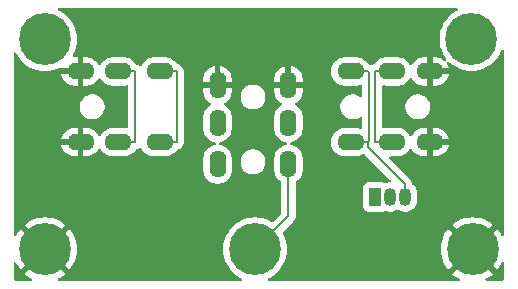
<source format=gbr>
%TF.GenerationSoftware,KiCad,Pcbnew,8.0.7+1*%
%TF.CreationDate,2025-02-03T22:01:07+01:00*%
%TF.ProjectId,passiveVCA,70617373-6976-4655-9643-412e6b696361,rev?*%
%TF.SameCoordinates,Original*%
%TF.FileFunction,Copper,L2,Bot*%
%TF.FilePolarity,Positive*%
%FSLAX46Y46*%
G04 Gerber Fmt 4.6, Leading zero omitted, Abs format (unit mm)*
G04 Created by KiCad (PCBNEW 8.0.7+1) date 2025-02-03 22:01:07*
%MOMM*%
%LPD*%
G01*
G04 APERTURE LIST*
%TA.AperFunction,ComponentPad*%
%ADD10C,2.600000*%
%TD*%
%TA.AperFunction,ConnectorPad*%
%ADD11C,4.400000*%
%TD*%
%TA.AperFunction,ComponentPad*%
%ADD12O,2.300000X1.400000*%
%TD*%
%TA.AperFunction,ComponentPad*%
%ADD13O,1.400000X2.300000*%
%TD*%
%TA.AperFunction,ComponentPad*%
%ADD14O,1.050000X1.500000*%
%TD*%
%TA.AperFunction,ComponentPad*%
%ADD15R,1.050000X1.500000*%
%TD*%
%TA.AperFunction,Conductor*%
%ADD16C,0.200000*%
%TD*%
G04 APERTURE END LIST*
D10*
%TO.P,H5,1,1*%
%TO.N,GND*%
X88900000Y-90805000D03*
D11*
X88900000Y-90805000D03*
%TD*%
D10*
%TO.P,H4,1,1*%
%TO.N,GND*%
X125095000Y-90805000D03*
D11*
X125095000Y-90805000D03*
%TD*%
D10*
%TO.P,H3,1,1*%
%TO.N,Net-(Q1-E)*%
X125000000Y-73000000D03*
D11*
X125000000Y-73000000D03*
%TD*%
D10*
%TO.P,H2,1,1*%
%TO.N,Net-(H2-Pad1)*%
X106680000Y-90805000D03*
D11*
X106680000Y-90805000D03*
%TD*%
%TO.P,H1,1,1*%
%TO.N,Net-(H1-Pad1)*%
X88900000Y-73025000D03*
D10*
X88900000Y-73025000D03*
%TD*%
D12*
%TO.P,U3,1,1*%
%TO.N,GND*%
X121460013Y-75740000D03*
%TO.P,U3,2,2*%
%TO.N,unconnected-(U3-Pad2)*%
X118260114Y-75740000D03*
%TO.P,U3,3,3*%
%TO.N,Net-(Q1-E)*%
X114759987Y-75740000D03*
X114759987Y-81740000D03*
%TO.P,U3,2,2*%
%TO.N,unconnected-(U3-Pad2)*%
X118260114Y-81740000D03*
%TO.P,U3,1,1*%
%TO.N,GND*%
X121460013Y-81740000D03*
%TD*%
D13*
%TO.P,U2,1,1*%
%TO.N,GND*%
X109500000Y-76899987D03*
%TO.P,U2,2,2*%
%TO.N,unconnected-(U2-Pad2)*%
X109500000Y-80099886D03*
%TO.P,U2,3,3*%
%TO.N,Net-(H2-Pad1)*%
X109500000Y-83600013D03*
X103500000Y-83600013D03*
%TO.P,U2,2,2*%
%TO.N,unconnected-(U2-Pad2)*%
X103500000Y-80099886D03*
%TO.P,U2,1,1*%
%TO.N,GND*%
X103500000Y-76899987D03*
%TD*%
D14*
%TO.P,Q1,3,E*%
%TO.N,Net-(Q1-E)*%
X119380000Y-86360000D03*
%TO.P,Q1,2,B*%
%TO.N,Net-(Q1-B)*%
X118110000Y-86360000D03*
D15*
%TO.P,Q1,1,C*%
%TO.N,Net-(Q1-C)*%
X116840000Y-86360000D03*
%TD*%
D12*
%TO.P,U1,1,1*%
%TO.N,GND*%
X91900087Y-81740000D03*
%TO.P,U1,2,2*%
%TO.N,unconnected-(U1-Pad2)*%
X95099986Y-81740000D03*
%TO.P,U1,3,3*%
%TO.N,Net-(H1-Pad1)*%
X98600113Y-81740000D03*
X98600113Y-75740000D03*
%TO.P,U1,2,2*%
%TO.N,unconnected-(U1-Pad2)*%
X95099986Y-75740000D03*
%TO.P,U1,1,1*%
%TO.N,GND*%
X91900087Y-75740000D03*
%TD*%
D16*
%TO.N,Net-(H2-Pad1)*%
X109500000Y-87985000D02*
X106680000Y-90805000D01*
X109500000Y-83600000D02*
X109500000Y-87985000D01*
%TO.N,Net-(H1-Pad1)*%
X100051800Y-75740000D02*
X100051800Y-81740000D01*
X98600100Y-75740000D02*
X100051800Y-75740000D01*
X98600100Y-81740000D02*
X100051800Y-81740000D01*
%TO.N,unconnected-(U3-Pad2)*%
X118260100Y-81740000D02*
X116808400Y-81740000D01*
X118260100Y-75740000D02*
X116808400Y-75740000D01*
X116808400Y-81740000D02*
X116808400Y-75740000D01*
%TO.N,unconnected-(U1-Pad2)*%
X96551700Y-81740000D02*
X96551700Y-75740000D01*
X95100000Y-81740000D02*
X96551700Y-81740000D01*
X95100000Y-75740000D02*
X96551700Y-75740000D01*
%TO.N,Net-(Q1-E)*%
X119380000Y-86360000D02*
X119380000Y-85308300D01*
X114760000Y-81740000D02*
X116211700Y-81740000D01*
X114760000Y-75740000D02*
X116211700Y-75740000D01*
X116211700Y-82140000D02*
X116211700Y-81740000D01*
X119380000Y-85308300D02*
X116211700Y-82140000D01*
X116359300Y-75887600D02*
X116211700Y-75740000D01*
X116359300Y-81592400D02*
X116359300Y-75887600D01*
X116211700Y-81740000D02*
X116359300Y-81592400D01*
%TD*%
%TA.AperFunction,Conductor*%
%TO.N,GND*%
G36*
X88060967Y-91521602D02*
G01*
X88183398Y-91644033D01*
X88317262Y-91741290D01*
X87175030Y-92883522D01*
X87175030Y-92883523D01*
X87363423Y-93031118D01*
X87642956Y-93200101D01*
X87642958Y-93200102D01*
X87736993Y-93242424D01*
X87790047Y-93287888D01*
X87810100Y-93354819D01*
X87790784Y-93421965D01*
X87738233Y-93468010D01*
X87686102Y-93479500D01*
X86454642Y-93479500D01*
X86387603Y-93459815D01*
X86366961Y-93443181D01*
X86261819Y-93338039D01*
X86228334Y-93276716D01*
X86225500Y-93250358D01*
X86225500Y-92018898D01*
X86245185Y-91951859D01*
X86297989Y-91906104D01*
X86367147Y-91896160D01*
X86430703Y-91925185D01*
X86462576Y-91968007D01*
X86504897Y-92062041D01*
X86504898Y-92062043D01*
X86673881Y-92341576D01*
X86821476Y-92529968D01*
X87963708Y-91387736D01*
X88060967Y-91521602D01*
G37*
%TD.AperFunction*%
%TA.AperFunction,Conductor*%
G36*
X123796373Y-70370185D02*
G01*
X123842128Y-70422989D01*
X123852072Y-70492147D01*
X123823047Y-70555703D01*
X123780225Y-70587575D01*
X123742721Y-70604455D01*
X123701368Y-70629454D01*
X123463131Y-70773473D01*
X123205960Y-70974954D01*
X122974954Y-71205960D01*
X122773473Y-71463131D01*
X122604454Y-71742723D01*
X122604453Y-71742725D01*
X122574228Y-71809882D01*
X122550767Y-71862012D01*
X122470372Y-72040642D01*
X122470366Y-72040657D01*
X122373178Y-72352547D01*
X122314289Y-72673900D01*
X122294564Y-73000000D01*
X122314289Y-73326099D01*
X122373178Y-73647452D01*
X122470366Y-73959342D01*
X122470370Y-73959354D01*
X122470373Y-73959361D01*
X122604455Y-74257279D01*
X122731545Y-74467511D01*
X122773473Y-74536868D01*
X122858087Y-74644869D01*
X122883936Y-74709781D01*
X122870587Y-74778364D01*
X122822279Y-74828842D01*
X122754349Y-74845191D01*
X122688364Y-74822218D01*
X122687591Y-74821661D01*
X122538949Y-74713667D01*
X122370650Y-74627914D01*
X122191015Y-74569548D01*
X122004460Y-74540000D01*
X121710013Y-74540000D01*
X121710013Y-75340000D01*
X121210013Y-75340000D01*
X121210013Y-74540000D01*
X120915566Y-74540000D01*
X120729010Y-74569548D01*
X120549375Y-74627914D01*
X120381072Y-74713670D01*
X120228271Y-74824685D01*
X120228266Y-74824689D01*
X120094702Y-74958253D01*
X120094698Y-74958258D01*
X119983681Y-75111061D01*
X119970828Y-75136287D01*
X119922853Y-75187082D01*
X119855032Y-75203877D01*
X119788897Y-75181339D01*
X119749859Y-75136286D01*
X119737005Y-75111059D01*
X119736874Y-75110801D01*
X119625804Y-74957927D01*
X119492187Y-74824310D01*
X119339313Y-74713240D01*
X119332524Y-74709781D01*
X119170950Y-74627454D01*
X118991232Y-74569059D01*
X118804600Y-74539500D01*
X118804595Y-74539500D01*
X117715633Y-74539500D01*
X117715628Y-74539500D01*
X117528995Y-74569059D01*
X117349277Y-74627454D01*
X117180914Y-74713240D01*
X117093693Y-74776610D01*
X117028041Y-74824310D01*
X117028039Y-74824312D01*
X117028038Y-74824312D01*
X116894426Y-74957924D01*
X116894419Y-74957933D01*
X116796327Y-75092943D01*
X116740997Y-75135609D01*
X116728104Y-75139832D01*
X116576614Y-75180423D01*
X116576611Y-75180425D01*
X116572042Y-75183063D01*
X116504141Y-75199530D01*
X116448053Y-75183060D01*
X116443485Y-75180423D01*
X116443487Y-75180423D01*
X116343194Y-75153549D01*
X116291994Y-75139830D01*
X116232335Y-75103466D01*
X116223772Y-75092943D01*
X116125677Y-74957927D01*
X115992060Y-74824310D01*
X115839186Y-74713240D01*
X115832397Y-74709781D01*
X115670823Y-74627454D01*
X115491105Y-74569059D01*
X115304473Y-74539500D01*
X115304468Y-74539500D01*
X114215506Y-74539500D01*
X114215501Y-74539500D01*
X114028868Y-74569059D01*
X113849150Y-74627454D01*
X113680787Y-74713240D01*
X113593566Y-74776610D01*
X113527914Y-74824310D01*
X113527912Y-74824312D01*
X113527911Y-74824312D01*
X113394299Y-74957924D01*
X113394299Y-74957925D01*
X113394297Y-74957927D01*
X113394057Y-74958258D01*
X113283227Y-75110800D01*
X113197441Y-75279163D01*
X113139046Y-75458881D01*
X113109487Y-75645513D01*
X113109487Y-75834486D01*
X113139046Y-76021118D01*
X113197441Y-76200836D01*
X113270241Y-76343712D01*
X113283227Y-76369199D01*
X113394297Y-76522073D01*
X113527914Y-76655690D01*
X113680788Y-76766760D01*
X113760334Y-76807290D01*
X113849150Y-76852545D01*
X113849152Y-76852545D01*
X113849155Y-76852547D01*
X113908797Y-76871926D01*
X114028868Y-76910940D01*
X114215501Y-76940500D01*
X114215506Y-76940500D01*
X115304473Y-76940500D01*
X115437780Y-76919385D01*
X115491105Y-76910940D01*
X115596484Y-76876699D01*
X115666322Y-76874704D01*
X115726155Y-76910784D01*
X115756984Y-76973485D01*
X115758800Y-76994631D01*
X115758800Y-77778233D01*
X115739115Y-77845272D01*
X115686311Y-77891027D01*
X115617153Y-77900971D01*
X115565910Y-77881336D01*
X115460080Y-77810624D01*
X115457738Y-77809059D01*
X115427471Y-77796522D01*
X115266560Y-77729870D01*
X115266552Y-77729868D01*
X115063609Y-77689500D01*
X115063605Y-77689500D01*
X114856675Y-77689500D01*
X114856670Y-77689500D01*
X114653727Y-77729868D01*
X114653719Y-77729870D01*
X114462543Y-77809058D01*
X114290482Y-77924024D01*
X114144164Y-78070342D01*
X114029198Y-78242403D01*
X113950010Y-78433579D01*
X113950008Y-78433587D01*
X113909640Y-78636530D01*
X113909640Y-78843469D01*
X113950008Y-79046412D01*
X113950010Y-79046420D01*
X114029198Y-79237596D01*
X114144164Y-79409657D01*
X114290482Y-79555975D01*
X114290485Y-79555977D01*
X114462542Y-79670941D01*
X114653720Y-79750130D01*
X114856670Y-79790499D01*
X114856674Y-79790500D01*
X114856675Y-79790500D01*
X115063606Y-79790500D01*
X115063607Y-79790499D01*
X115266560Y-79750130D01*
X115457738Y-79670941D01*
X115457739Y-79670940D01*
X115457740Y-79670940D01*
X115565910Y-79598664D01*
X115632587Y-79577786D01*
X115699967Y-79596271D01*
X115746657Y-79648250D01*
X115758800Y-79701766D01*
X115758800Y-80485368D01*
X115739115Y-80552407D01*
X115686311Y-80598162D01*
X115617153Y-80608106D01*
X115596481Y-80603299D01*
X115491105Y-80569059D01*
X115304473Y-80539500D01*
X115304468Y-80539500D01*
X114215506Y-80539500D01*
X114215501Y-80539500D01*
X114028868Y-80569059D01*
X113849150Y-80627454D01*
X113680787Y-80713240D01*
X113630696Y-80749634D01*
X113527914Y-80824310D01*
X113527912Y-80824312D01*
X113527911Y-80824312D01*
X113394299Y-80957924D01*
X113394299Y-80957925D01*
X113394297Y-80957927D01*
X113394057Y-80958258D01*
X113283227Y-81110800D01*
X113197441Y-81279163D01*
X113139046Y-81458881D01*
X113109487Y-81645513D01*
X113109487Y-81834486D01*
X113139046Y-82021118D01*
X113197441Y-82200836D01*
X113282584Y-82367937D01*
X113283227Y-82369199D01*
X113394297Y-82522073D01*
X113527914Y-82655690D01*
X113680788Y-82766760D01*
X113703847Y-82778509D01*
X113849150Y-82852545D01*
X113849152Y-82852545D01*
X113849155Y-82852547D01*
X113899466Y-82868894D01*
X114028868Y-82910940D01*
X114215501Y-82940500D01*
X114215506Y-82940500D01*
X115304473Y-82940500D01*
X115491105Y-82910940D01*
X115517813Y-82902262D01*
X115670819Y-82852547D01*
X115839186Y-82766760D01*
X115840397Y-82765879D01*
X115840938Y-82765686D01*
X115843342Y-82764214D01*
X115843651Y-82764718D01*
X115906200Y-82742393D01*
X115974256Y-82758211D01*
X116000974Y-82778509D01*
X118120284Y-84897819D01*
X118153769Y-84959142D01*
X118148785Y-85028834D01*
X118106913Y-85084767D01*
X118041449Y-85109184D01*
X118032603Y-85109500D01*
X118008992Y-85109500D01*
X117810880Y-85148907D01*
X117810868Y-85148910D01*
X117730198Y-85182325D01*
X117660729Y-85189794D01*
X117615342Y-85170036D01*
X117615114Y-85170454D01*
X117610447Y-85167905D01*
X117608432Y-85167028D01*
X117607331Y-85166204D01*
X117607330Y-85166203D01*
X117607328Y-85166202D01*
X117472482Y-85115908D01*
X117472483Y-85115908D01*
X117412883Y-85109501D01*
X117412881Y-85109500D01*
X117412873Y-85109500D01*
X117412864Y-85109500D01*
X116267129Y-85109500D01*
X116267123Y-85109501D01*
X116207516Y-85115908D01*
X116072671Y-85166202D01*
X116072664Y-85166206D01*
X115957455Y-85252452D01*
X115957452Y-85252455D01*
X115871206Y-85367664D01*
X115871202Y-85367671D01*
X115820908Y-85502517D01*
X115814501Y-85562116D01*
X115814500Y-85562135D01*
X115814500Y-87157870D01*
X115814501Y-87157876D01*
X115820908Y-87217483D01*
X115871202Y-87352328D01*
X115871206Y-87352335D01*
X115957452Y-87467544D01*
X115957455Y-87467547D01*
X116072664Y-87553793D01*
X116072671Y-87553797D01*
X116207517Y-87604091D01*
X116207516Y-87604091D01*
X116214444Y-87604835D01*
X116267127Y-87610500D01*
X117412872Y-87610499D01*
X117472483Y-87604091D01*
X117607331Y-87553796D01*
X117608430Y-87552972D01*
X117609717Y-87552492D01*
X117615112Y-87549547D01*
X117615535Y-87550322D01*
X117673887Y-87528552D01*
X117730198Y-87537673D01*
X117810873Y-87571091D01*
X117976777Y-87604091D01*
X118008992Y-87610499D01*
X118008996Y-87610500D01*
X118008997Y-87610500D01*
X118211004Y-87610500D01*
X118211005Y-87610499D01*
X118409127Y-87571091D01*
X118595756Y-87493786D01*
X118676110Y-87440094D01*
X118742786Y-87419217D01*
X118810166Y-87437701D01*
X118813865Y-87440078D01*
X118894244Y-87493786D01*
X119080873Y-87571091D01*
X119246777Y-87604091D01*
X119278992Y-87610499D01*
X119278996Y-87610500D01*
X119278997Y-87610500D01*
X119481004Y-87610500D01*
X119481005Y-87610499D01*
X119679127Y-87571091D01*
X119865756Y-87493786D01*
X120033718Y-87381558D01*
X120176558Y-87238718D01*
X120288786Y-87070756D01*
X120366091Y-86884127D01*
X120405500Y-86686003D01*
X120405500Y-86033997D01*
X120366091Y-85835873D01*
X120288786Y-85649244D01*
X120288784Y-85649241D01*
X120288782Y-85649237D01*
X120176558Y-85481281D01*
X120033725Y-85338448D01*
X120029016Y-85334584D01*
X120030159Y-85333190D01*
X119990796Y-85286072D01*
X119980501Y-85236604D01*
X119980501Y-85229245D01*
X119980501Y-85229243D01*
X119939577Y-85076515D01*
X119910639Y-85026395D01*
X119860520Y-84939584D01*
X119748716Y-84827780D01*
X119748715Y-84827779D01*
X119744385Y-84823449D01*
X119744374Y-84823439D01*
X118073116Y-83152181D01*
X118039631Y-83090858D01*
X118044615Y-83021166D01*
X118086487Y-82965233D01*
X118151951Y-82940816D01*
X118160797Y-82940500D01*
X118804600Y-82940500D01*
X118991232Y-82910940D01*
X119017940Y-82902262D01*
X119170946Y-82852547D01*
X119339313Y-82766760D01*
X119492187Y-82655690D01*
X119625804Y-82522073D01*
X119736874Y-82369199D01*
X119749859Y-82343713D01*
X119797832Y-82292918D01*
X119865652Y-82276122D01*
X119931788Y-82298658D01*
X119970829Y-82343714D01*
X119983681Y-82368938D01*
X120094698Y-82521741D01*
X120094702Y-82521746D01*
X120228266Y-82655310D01*
X120228271Y-82655314D01*
X120381072Y-82766329D01*
X120549375Y-82852085D01*
X120729010Y-82910451D01*
X120915566Y-82940000D01*
X121210013Y-82940000D01*
X121210013Y-82140000D01*
X121710013Y-82140000D01*
X121710013Y-82940000D01*
X122004460Y-82940000D01*
X122191015Y-82910451D01*
X122370650Y-82852085D01*
X122538953Y-82766329D01*
X122691754Y-82655314D01*
X122691759Y-82655310D01*
X122825323Y-82521746D01*
X122825327Y-82521741D01*
X122936342Y-82368940D01*
X123022098Y-82200637D01*
X123080464Y-82021002D01*
X123085375Y-81990000D01*
X122125699Y-81990000D01*
X122130093Y-81985606D01*
X122182754Y-81894394D01*
X122210013Y-81792661D01*
X122210013Y-81687339D01*
X122182754Y-81585606D01*
X122130093Y-81494394D01*
X122125699Y-81490000D01*
X123085375Y-81490000D01*
X123080464Y-81458997D01*
X123022098Y-81279362D01*
X122936342Y-81111059D01*
X122825327Y-80958258D01*
X122825323Y-80958253D01*
X122691759Y-80824689D01*
X122691754Y-80824685D01*
X122538953Y-80713670D01*
X122370650Y-80627914D01*
X122191015Y-80569548D01*
X122004460Y-80540000D01*
X121710013Y-80540000D01*
X121710013Y-81340000D01*
X121210013Y-81340000D01*
X121210013Y-80540000D01*
X120915566Y-80540000D01*
X120729010Y-80569548D01*
X120549375Y-80627914D01*
X120381072Y-80713670D01*
X120228271Y-80824685D01*
X120228266Y-80824689D01*
X120094702Y-80958253D01*
X120094698Y-80958258D01*
X119983681Y-81111061D01*
X119970828Y-81136287D01*
X119922853Y-81187082D01*
X119855032Y-81203877D01*
X119788897Y-81181339D01*
X119749859Y-81136286D01*
X119737005Y-81111059D01*
X119736874Y-81110801D01*
X119625804Y-80957927D01*
X119492187Y-80824310D01*
X119339313Y-80713240D01*
X119170950Y-80627454D01*
X118991232Y-80569059D01*
X118804600Y-80539500D01*
X118804595Y-80539500D01*
X117715633Y-80539500D01*
X117715628Y-80539500D01*
X117552298Y-80565369D01*
X117483005Y-80556414D01*
X117429553Y-80511418D01*
X117408913Y-80444667D01*
X117408900Y-80442896D01*
X117408900Y-78636530D01*
X119409513Y-78636530D01*
X119409513Y-78843469D01*
X119449881Y-79046412D01*
X119449883Y-79046420D01*
X119529071Y-79237596D01*
X119644037Y-79409657D01*
X119790355Y-79555975D01*
X119790358Y-79555977D01*
X119962415Y-79670941D01*
X120153593Y-79750130D01*
X120356543Y-79790499D01*
X120356547Y-79790500D01*
X120356548Y-79790500D01*
X120563479Y-79790500D01*
X120563480Y-79790499D01*
X120766433Y-79750130D01*
X120957611Y-79670941D01*
X121129668Y-79555977D01*
X121275990Y-79409655D01*
X121390954Y-79237598D01*
X121470143Y-79046420D01*
X121510513Y-78843465D01*
X121510513Y-78636535D01*
X121470143Y-78433580D01*
X121390954Y-78242402D01*
X121275990Y-78070345D01*
X121275989Y-78070344D01*
X121275988Y-78070342D01*
X121129670Y-77924024D01*
X120959953Y-77810624D01*
X120957611Y-77809059D01*
X120927344Y-77796522D01*
X120766433Y-77729870D01*
X120766425Y-77729868D01*
X120563482Y-77689500D01*
X120563478Y-77689500D01*
X120356548Y-77689500D01*
X120356543Y-77689500D01*
X120153600Y-77729868D01*
X120153592Y-77729870D01*
X119962416Y-77809058D01*
X119790355Y-77924024D01*
X119644037Y-78070342D01*
X119529071Y-78242403D01*
X119449883Y-78433579D01*
X119449881Y-78433587D01*
X119409513Y-78636530D01*
X117408900Y-78636530D01*
X117408900Y-77037103D01*
X117428585Y-76970064D01*
X117481389Y-76924309D01*
X117550547Y-76914365D01*
X117552189Y-76914613D01*
X117642584Y-76928930D01*
X117715629Y-76940500D01*
X117715633Y-76940500D01*
X118804600Y-76940500D01*
X118991232Y-76910940D01*
X119056118Y-76889857D01*
X119170946Y-76852547D01*
X119339313Y-76766760D01*
X119492187Y-76655690D01*
X119625804Y-76522073D01*
X119736874Y-76369199D01*
X119749859Y-76343713D01*
X119797832Y-76292918D01*
X119865652Y-76276122D01*
X119931788Y-76298658D01*
X119970829Y-76343714D01*
X119983681Y-76368938D01*
X120094698Y-76521741D01*
X120094702Y-76521746D01*
X120228266Y-76655310D01*
X120228271Y-76655314D01*
X120381072Y-76766329D01*
X120549375Y-76852085D01*
X120729010Y-76910451D01*
X120915566Y-76940000D01*
X121210013Y-76940000D01*
X121210013Y-76140000D01*
X121710013Y-76140000D01*
X121710013Y-76940000D01*
X122004460Y-76940000D01*
X122191015Y-76910451D01*
X122370650Y-76852085D01*
X122538953Y-76766329D01*
X122691754Y-76655314D01*
X122691759Y-76655310D01*
X122825323Y-76521746D01*
X122825327Y-76521741D01*
X122936342Y-76368940D01*
X123022098Y-76200637D01*
X123080464Y-76021002D01*
X123085375Y-75990000D01*
X122125699Y-75990000D01*
X122130093Y-75985606D01*
X122182754Y-75894394D01*
X122210013Y-75792661D01*
X122210013Y-75687339D01*
X122182754Y-75585606D01*
X122130093Y-75494394D01*
X122125699Y-75490000D01*
X123085375Y-75490000D01*
X123080464Y-75458997D01*
X123022098Y-75279362D01*
X122936342Y-75111059D01*
X122917569Y-75085219D01*
X122894089Y-75019413D01*
X122909915Y-74951359D01*
X122960020Y-74902664D01*
X123028498Y-74888789D01*
X123093607Y-74914138D01*
X123105568Y-74924653D01*
X123205960Y-75025045D01*
X123463131Y-75226526D01*
X123463134Y-75226528D01*
X123463137Y-75226530D01*
X123742721Y-75395545D01*
X124040639Y-75529627D01*
X124040652Y-75529631D01*
X124040657Y-75529633D01*
X124352547Y-75626821D01*
X124673896Y-75685710D01*
X125000000Y-75705436D01*
X125326104Y-75685710D01*
X125647453Y-75626821D01*
X125959361Y-75529627D01*
X126257279Y-75395545D01*
X126536863Y-75226530D01*
X126794036Y-75025048D01*
X127025048Y-74794036D01*
X127226530Y-74536863D01*
X127395545Y-74257279D01*
X127529627Y-73959361D01*
X127529628Y-73959354D01*
X127531164Y-73955944D01*
X127531997Y-73956319D01*
X127571739Y-73903837D01*
X127637338Y-73879782D01*
X127705527Y-73895011D01*
X127754659Y-73944689D01*
X127769500Y-74003513D01*
X127769500Y-89591101D01*
X127749815Y-89658140D01*
X127697011Y-89703895D01*
X127627853Y-89713839D01*
X127564297Y-89684814D01*
X127532424Y-89641992D01*
X127490103Y-89547958D01*
X127490101Y-89547956D01*
X127321118Y-89268423D01*
X127173522Y-89080030D01*
X126031290Y-90222262D01*
X125934033Y-90088398D01*
X125811602Y-89965967D01*
X125677736Y-89868709D01*
X126819968Y-88726476D01*
X126631576Y-88578881D01*
X126352043Y-88409898D01*
X126352041Y-88409897D01*
X126054175Y-88275839D01*
X126054164Y-88275835D01*
X125742341Y-88178667D01*
X125421038Y-88119786D01*
X125095000Y-88100065D01*
X124768961Y-88119786D01*
X124447658Y-88178667D01*
X124135835Y-88275835D01*
X124135824Y-88275839D01*
X123837958Y-88409897D01*
X123837956Y-88409898D01*
X123558422Y-88578881D01*
X123558416Y-88578886D01*
X123370030Y-88726474D01*
X123370029Y-88726476D01*
X124512262Y-89868709D01*
X124378398Y-89965967D01*
X124255967Y-90088398D01*
X124158709Y-90222262D01*
X123016476Y-89080029D01*
X123016474Y-89080030D01*
X122868886Y-89268416D01*
X122868881Y-89268422D01*
X122699898Y-89547956D01*
X122699897Y-89547958D01*
X122565839Y-89845824D01*
X122565835Y-89845835D01*
X122468667Y-90157658D01*
X122409786Y-90478961D01*
X122390065Y-90805000D01*
X122409786Y-91131038D01*
X122468667Y-91452341D01*
X122565835Y-91764164D01*
X122565839Y-91764175D01*
X122699897Y-92062041D01*
X122699898Y-92062043D01*
X122868881Y-92341576D01*
X123016476Y-92529968D01*
X124158708Y-91387736D01*
X124255967Y-91521602D01*
X124378398Y-91644033D01*
X124512262Y-91741290D01*
X123370030Y-92883522D01*
X123370030Y-92883523D01*
X123558423Y-93031118D01*
X123837956Y-93200101D01*
X123837958Y-93200102D01*
X123931993Y-93242424D01*
X123985047Y-93287888D01*
X124005100Y-93354819D01*
X123985784Y-93421965D01*
X123933233Y-93468010D01*
X123881102Y-93479500D01*
X107895118Y-93479500D01*
X107828079Y-93459815D01*
X107782324Y-93407011D01*
X107772380Y-93337853D01*
X107801405Y-93274297D01*
X107844225Y-93242424D01*
X107937279Y-93200545D01*
X108216863Y-93031530D01*
X108474036Y-92830048D01*
X108705048Y-92599036D01*
X108906530Y-92341863D01*
X109075545Y-92062279D01*
X109209627Y-91764361D01*
X109306821Y-91452453D01*
X109365710Y-91131104D01*
X109385436Y-90805000D01*
X109365710Y-90478896D01*
X109306821Y-90157547D01*
X109209627Y-89845639D01*
X109075545Y-89547721D01*
X109016905Y-89450718D01*
X108999070Y-89383168D01*
X109020587Y-89316694D01*
X109035337Y-89298896D01*
X109868713Y-88465521D01*
X109868716Y-88465520D01*
X109980520Y-88353716D01*
X110030639Y-88266904D01*
X110059577Y-88216785D01*
X110100500Y-88064058D01*
X110100500Y-87905943D01*
X110100500Y-85160804D01*
X110120185Y-85093765D01*
X110151612Y-85060488D01*
X110282073Y-84965703D01*
X110415690Y-84832086D01*
X110526760Y-84679212D01*
X110612547Y-84510845D01*
X110670940Y-84331131D01*
X110689201Y-84215835D01*
X110700500Y-84144499D01*
X110700500Y-83055526D01*
X110670940Y-82868894D01*
X110629837Y-82742393D01*
X110612547Y-82689181D01*
X110612545Y-82689178D01*
X110612545Y-82689176D01*
X110558895Y-82583883D01*
X110526760Y-82520814D01*
X110415690Y-82367940D01*
X110282073Y-82234323D01*
X110129199Y-82123253D01*
X110108568Y-82112741D01*
X109960836Y-82037467D01*
X109781119Y-81979073D01*
X109739128Y-81972422D01*
X109675994Y-81942492D01*
X109639063Y-81883180D01*
X109640061Y-81813318D01*
X109678672Y-81755085D01*
X109739127Y-81727476D01*
X109781118Y-81720826D01*
X109960832Y-81662433D01*
X110129199Y-81576646D01*
X110282073Y-81465576D01*
X110415690Y-81331959D01*
X110526760Y-81179085D01*
X110612547Y-81010718D01*
X110670940Y-80831004D01*
X110700500Y-80644372D01*
X110700500Y-79555399D01*
X110670940Y-79368767D01*
X110612545Y-79189049D01*
X110541016Y-79048667D01*
X110526760Y-79020687D01*
X110415690Y-78867813D01*
X110282073Y-78734196D01*
X110129199Y-78623126D01*
X110129198Y-78623125D01*
X110129196Y-78623124D01*
X110103712Y-78610139D01*
X110052917Y-78562164D01*
X110036122Y-78494343D01*
X110058660Y-78428209D01*
X110103717Y-78389168D01*
X110128941Y-78376316D01*
X110281741Y-78265301D01*
X110281746Y-78265297D01*
X110415310Y-78131733D01*
X110415314Y-78131728D01*
X110526329Y-77978927D01*
X110612085Y-77810624D01*
X110670451Y-77630989D01*
X110700000Y-77444434D01*
X110700000Y-77149987D01*
X109900000Y-77149987D01*
X109900000Y-76649987D01*
X110700000Y-76649987D01*
X110700000Y-76355539D01*
X110670451Y-76168984D01*
X110612085Y-75989349D01*
X110526329Y-75821046D01*
X110415314Y-75668245D01*
X110415310Y-75668240D01*
X110281746Y-75534676D01*
X110281741Y-75534672D01*
X110128940Y-75423657D01*
X109960635Y-75337900D01*
X109781004Y-75279536D01*
X109780995Y-75279534D01*
X109750000Y-75274624D01*
X109750000Y-76234301D01*
X109745606Y-76229907D01*
X109654394Y-76177246D01*
X109552661Y-76149987D01*
X109447339Y-76149987D01*
X109345606Y-76177246D01*
X109254394Y-76229907D01*
X109250000Y-76234301D01*
X109250000Y-75274624D01*
X109249999Y-75274624D01*
X109219004Y-75279534D01*
X109218995Y-75279536D01*
X109039364Y-75337900D01*
X108871059Y-75423657D01*
X108718258Y-75534672D01*
X108718253Y-75534676D01*
X108584689Y-75668240D01*
X108584685Y-75668245D01*
X108473670Y-75821046D01*
X108387914Y-75989349D01*
X108329548Y-76168984D01*
X108300000Y-76355539D01*
X108300000Y-76649987D01*
X109100000Y-76649987D01*
X109100000Y-77149987D01*
X108300000Y-77149987D01*
X108300000Y-77444434D01*
X108329548Y-77630989D01*
X108387914Y-77810624D01*
X108473670Y-77978927D01*
X108584685Y-78131728D01*
X108584689Y-78131733D01*
X108718253Y-78265297D01*
X108718258Y-78265301D01*
X108871058Y-78376316D01*
X108896284Y-78389169D01*
X108947081Y-78437143D01*
X108963877Y-78504963D01*
X108941341Y-78571099D01*
X108896288Y-78610138D01*
X108870805Y-78623122D01*
X108768885Y-78697172D01*
X108717927Y-78734196D01*
X108717925Y-78734198D01*
X108717924Y-78734198D01*
X108584312Y-78867810D01*
X108584312Y-78867811D01*
X108584310Y-78867813D01*
X108536610Y-78933465D01*
X108473240Y-79020686D01*
X108387454Y-79189049D01*
X108329059Y-79368767D01*
X108299500Y-79555399D01*
X108299500Y-80644372D01*
X108329059Y-80831004D01*
X108387454Y-81010722D01*
X108438579Y-81111059D01*
X108473240Y-81179085D01*
X108584310Y-81331959D01*
X108717927Y-81465576D01*
X108870801Y-81576646D01*
X108950347Y-81617176D01*
X109039163Y-81662431D01*
X109039165Y-81662431D01*
X109039168Y-81662433D01*
X109142976Y-81696162D01*
X109218875Y-81720824D01*
X109218876Y-81720824D01*
X109218882Y-81720826D01*
X109260872Y-81727476D01*
X109324004Y-81757404D01*
X109360936Y-81816716D01*
X109359938Y-81886578D01*
X109321329Y-81944811D01*
X109260871Y-81972422D01*
X109218880Y-81979073D01*
X109039163Y-82037467D01*
X108870800Y-82123253D01*
X108783579Y-82186623D01*
X108717927Y-82234323D01*
X108717925Y-82234325D01*
X108717924Y-82234325D01*
X108584312Y-82367937D01*
X108584312Y-82367938D01*
X108584310Y-82367940D01*
X108570428Y-82387047D01*
X108473240Y-82520813D01*
X108387454Y-82689176D01*
X108329059Y-82868894D01*
X108299500Y-83055526D01*
X108299500Y-84144499D01*
X108329059Y-84331131D01*
X108387454Y-84510849D01*
X108473240Y-84679212D01*
X108584310Y-84832086D01*
X108717927Y-84965703D01*
X108848386Y-85060487D01*
X108891051Y-85115816D01*
X108899500Y-85160804D01*
X108899500Y-87684902D01*
X108879815Y-87751941D01*
X108863181Y-87772583D01*
X108186107Y-88449656D01*
X108124784Y-88483141D01*
X108055092Y-88478157D01*
X108034280Y-88468093D01*
X107937279Y-88409455D01*
X107639361Y-88275373D01*
X107639354Y-88275370D01*
X107639342Y-88275366D01*
X107327452Y-88178178D01*
X107006099Y-88119289D01*
X106680000Y-88099564D01*
X106353900Y-88119289D01*
X106032547Y-88178178D01*
X105720657Y-88275366D01*
X105720641Y-88275372D01*
X105720639Y-88275373D01*
X105422721Y-88409455D01*
X105356221Y-88449656D01*
X105143131Y-88578473D01*
X104885960Y-88779954D01*
X104654954Y-89010960D01*
X104453473Y-89268131D01*
X104434878Y-89298891D01*
X104284455Y-89547721D01*
X104213670Y-89705000D01*
X104150372Y-89845642D01*
X104150366Y-89845657D01*
X104053178Y-90157547D01*
X103994289Y-90478900D01*
X103974564Y-90805000D01*
X103994289Y-91131099D01*
X104053178Y-91452452D01*
X104150366Y-91764342D01*
X104150370Y-91764354D01*
X104150373Y-91764361D01*
X104284455Y-92062279D01*
X104448901Y-92334306D01*
X104453473Y-92341868D01*
X104654954Y-92599039D01*
X104885960Y-92830045D01*
X105143131Y-93031526D01*
X105143134Y-93031528D01*
X105143137Y-93031530D01*
X105422721Y-93200545D01*
X105515773Y-93242424D01*
X105568828Y-93287888D01*
X105588880Y-93354819D01*
X105569564Y-93421965D01*
X105517012Y-93468010D01*
X105464882Y-93479500D01*
X90113898Y-93479500D01*
X90046859Y-93459815D01*
X90001104Y-93407011D01*
X89991160Y-93337853D01*
X90020185Y-93274297D01*
X90063007Y-93242424D01*
X90157041Y-93200102D01*
X90157043Y-93200101D01*
X90436586Y-93031112D01*
X90624968Y-92883523D01*
X90624968Y-92883522D01*
X89482736Y-91741290D01*
X89616602Y-91644033D01*
X89739033Y-91521602D01*
X89836290Y-91387736D01*
X90978522Y-92529968D01*
X90978523Y-92529968D01*
X91126112Y-92341586D01*
X91295101Y-92062043D01*
X91295102Y-92062041D01*
X91429160Y-91764175D01*
X91429164Y-91764164D01*
X91526332Y-91452341D01*
X91585213Y-91131038D01*
X91604934Y-90805000D01*
X91585213Y-90478961D01*
X91526332Y-90157658D01*
X91429164Y-89845835D01*
X91429160Y-89845824D01*
X91295102Y-89547958D01*
X91295101Y-89547956D01*
X91126118Y-89268423D01*
X90978522Y-89080030D01*
X89836290Y-90222262D01*
X89739033Y-90088398D01*
X89616602Y-89965967D01*
X89482736Y-89868709D01*
X90624968Y-88726476D01*
X90436576Y-88578881D01*
X90157043Y-88409898D01*
X90157041Y-88409897D01*
X89859175Y-88275839D01*
X89859164Y-88275835D01*
X89547341Y-88178667D01*
X89226038Y-88119786D01*
X88900000Y-88100065D01*
X88573961Y-88119786D01*
X88252658Y-88178667D01*
X87940835Y-88275835D01*
X87940824Y-88275839D01*
X87642958Y-88409897D01*
X87642956Y-88409898D01*
X87363422Y-88578881D01*
X87363416Y-88578886D01*
X87175030Y-88726474D01*
X87175029Y-88726476D01*
X88317262Y-89868709D01*
X88183398Y-89965967D01*
X88060967Y-90088398D01*
X87963709Y-90222262D01*
X86821476Y-89080029D01*
X86821474Y-89080030D01*
X86673886Y-89268416D01*
X86673881Y-89268422D01*
X86504898Y-89547956D01*
X86504896Y-89547958D01*
X86462576Y-89641992D01*
X86417111Y-89695047D01*
X86350181Y-89715099D01*
X86283034Y-89695783D01*
X86236990Y-89643231D01*
X86225500Y-89591101D01*
X86225500Y-78636530D01*
X91849587Y-78636530D01*
X91849587Y-78843469D01*
X91889955Y-79046412D01*
X91889957Y-79046420D01*
X91969145Y-79237596D01*
X92084111Y-79409657D01*
X92230429Y-79555975D01*
X92230432Y-79555977D01*
X92402489Y-79670941D01*
X92593667Y-79750130D01*
X92796617Y-79790499D01*
X92796621Y-79790500D01*
X92796622Y-79790500D01*
X93003553Y-79790500D01*
X93003554Y-79790499D01*
X93206507Y-79750130D01*
X93397685Y-79670941D01*
X93569742Y-79555977D01*
X93716064Y-79409655D01*
X93831028Y-79237598D01*
X93910217Y-79046420D01*
X93950587Y-78843465D01*
X93950587Y-78636535D01*
X93910217Y-78433580D01*
X93831028Y-78242402D01*
X93716064Y-78070345D01*
X93716063Y-78070344D01*
X93716062Y-78070342D01*
X93569744Y-77924024D01*
X93400027Y-77810624D01*
X93397685Y-77809059D01*
X93367418Y-77796522D01*
X93206507Y-77729870D01*
X93206499Y-77729868D01*
X93003556Y-77689500D01*
X93003552Y-77689500D01*
X92796622Y-77689500D01*
X92796617Y-77689500D01*
X92593674Y-77729868D01*
X92593666Y-77729870D01*
X92402490Y-77809058D01*
X92230429Y-77924024D01*
X92084111Y-78070342D01*
X91969145Y-78242403D01*
X91889957Y-78433579D01*
X91889955Y-78433587D01*
X91849587Y-78636530D01*
X86225500Y-78636530D01*
X86225500Y-74240117D01*
X86245185Y-74173078D01*
X86297989Y-74127323D01*
X86367147Y-74117379D01*
X86430703Y-74146404D01*
X86462574Y-74189223D01*
X86504455Y-74282279D01*
X86616432Y-74467511D01*
X86673473Y-74561868D01*
X86874954Y-74819039D01*
X87105960Y-75050045D01*
X87363131Y-75251526D01*
X87363134Y-75251528D01*
X87363137Y-75251530D01*
X87642721Y-75420545D01*
X87940639Y-75554627D01*
X87940652Y-75554631D01*
X87940657Y-75554633D01*
X88232304Y-75645513D01*
X88252547Y-75651821D01*
X88573896Y-75710710D01*
X88900000Y-75730436D01*
X89226104Y-75710710D01*
X89547453Y-75651821D01*
X89859361Y-75554627D01*
X90114474Y-75439809D01*
X90183685Y-75430247D01*
X90247080Y-75459621D01*
X90259655Y-75472355D01*
X90274725Y-75490000D01*
X91234401Y-75490000D01*
X91230007Y-75494394D01*
X91177346Y-75585606D01*
X91150087Y-75687339D01*
X91150087Y-75792661D01*
X91177346Y-75894394D01*
X91230007Y-75985606D01*
X91234401Y-75990000D01*
X90274725Y-75990000D01*
X90279635Y-76021002D01*
X90338001Y-76200637D01*
X90423757Y-76368940D01*
X90534772Y-76521741D01*
X90534776Y-76521746D01*
X90668340Y-76655310D01*
X90668345Y-76655314D01*
X90821146Y-76766329D01*
X90989449Y-76852085D01*
X91169084Y-76910451D01*
X91355640Y-76940000D01*
X91650087Y-76940000D01*
X91650087Y-76140000D01*
X92150087Y-76140000D01*
X92150087Y-76940000D01*
X92444534Y-76940000D01*
X92631089Y-76910451D01*
X92810724Y-76852085D01*
X92979027Y-76766329D01*
X93131828Y-76655314D01*
X93131833Y-76655310D01*
X93265397Y-76521746D01*
X93265401Y-76521741D01*
X93376416Y-76368941D01*
X93389268Y-76343717D01*
X93437241Y-76292919D01*
X93505062Y-76276122D01*
X93571197Y-76298657D01*
X93610239Y-76343712D01*
X93623224Y-76369196D01*
X93623226Y-76369199D01*
X93734296Y-76522073D01*
X93867913Y-76655690D01*
X94020787Y-76766760D01*
X94100333Y-76807290D01*
X94189149Y-76852545D01*
X94189151Y-76852545D01*
X94189154Y-76852547D01*
X94248796Y-76871926D01*
X94368867Y-76910940D01*
X94555500Y-76940500D01*
X94555505Y-76940500D01*
X95644471Y-76940500D01*
X95717515Y-76928930D01*
X95807803Y-76914630D01*
X95877095Y-76923584D01*
X95930547Y-76968580D01*
X95951187Y-77035332D01*
X95951200Y-77037103D01*
X95951200Y-80442896D01*
X95931515Y-80509935D01*
X95878711Y-80555690D01*
X95809553Y-80565634D01*
X95807802Y-80565369D01*
X95644472Y-80539500D01*
X95644467Y-80539500D01*
X94555505Y-80539500D01*
X94555500Y-80539500D01*
X94368867Y-80569059D01*
X94189149Y-80627454D01*
X94020786Y-80713240D01*
X93970695Y-80749634D01*
X93867913Y-80824310D01*
X93867911Y-80824312D01*
X93867910Y-80824312D01*
X93734298Y-80957924D01*
X93734298Y-80957925D01*
X93734296Y-80957927D01*
X93734056Y-80958258D01*
X93623222Y-81110805D01*
X93610238Y-81136288D01*
X93562263Y-81187083D01*
X93494442Y-81203877D01*
X93428307Y-81181338D01*
X93389269Y-81136284D01*
X93376416Y-81111058D01*
X93265401Y-80958258D01*
X93265397Y-80958253D01*
X93131833Y-80824689D01*
X93131828Y-80824685D01*
X92979027Y-80713670D01*
X92810724Y-80627914D01*
X92631089Y-80569548D01*
X92444534Y-80540000D01*
X92150087Y-80540000D01*
X92150087Y-81340000D01*
X91650087Y-81340000D01*
X91650087Y-80540000D01*
X91355640Y-80540000D01*
X91169084Y-80569548D01*
X90989449Y-80627914D01*
X90821146Y-80713670D01*
X90668345Y-80824685D01*
X90668340Y-80824689D01*
X90534776Y-80958253D01*
X90534772Y-80958258D01*
X90423757Y-81111059D01*
X90338001Y-81279362D01*
X90279635Y-81458997D01*
X90274725Y-81490000D01*
X91234401Y-81490000D01*
X91230007Y-81494394D01*
X91177346Y-81585606D01*
X91150087Y-81687339D01*
X91150087Y-81792661D01*
X91177346Y-81894394D01*
X91230007Y-81985606D01*
X91234401Y-81990000D01*
X90274725Y-81990000D01*
X90279635Y-82021002D01*
X90338001Y-82200637D01*
X90423757Y-82368940D01*
X90534772Y-82521741D01*
X90534776Y-82521746D01*
X90668340Y-82655310D01*
X90668345Y-82655314D01*
X90821146Y-82766329D01*
X90989449Y-82852085D01*
X91169084Y-82910451D01*
X91355640Y-82940000D01*
X91650087Y-82940000D01*
X91650087Y-82140000D01*
X92150087Y-82140000D01*
X92150087Y-82940000D01*
X92444534Y-82940000D01*
X92631089Y-82910451D01*
X92810724Y-82852085D01*
X92979027Y-82766329D01*
X93131828Y-82655314D01*
X93131833Y-82655310D01*
X93265397Y-82521746D01*
X93265401Y-82521741D01*
X93376416Y-82368941D01*
X93389268Y-82343717D01*
X93437241Y-82292919D01*
X93505062Y-82276122D01*
X93571197Y-82298657D01*
X93610239Y-82343712D01*
X93623224Y-82369196D01*
X93623226Y-82369199D01*
X93734296Y-82522073D01*
X93867913Y-82655690D01*
X94020787Y-82766760D01*
X94043846Y-82778509D01*
X94189149Y-82852545D01*
X94189151Y-82852545D01*
X94189154Y-82852547D01*
X94239465Y-82868894D01*
X94368867Y-82910940D01*
X94555500Y-82940500D01*
X94555505Y-82940500D01*
X95644472Y-82940500D01*
X95831104Y-82910940D01*
X95857812Y-82902262D01*
X96010818Y-82852547D01*
X96179185Y-82766760D01*
X96332059Y-82655690D01*
X96465676Y-82522073D01*
X96563771Y-82387056D01*
X96619101Y-82344391D01*
X96631979Y-82340172D01*
X96783484Y-82299577D01*
X96905525Y-82229116D01*
X96973425Y-82212644D01*
X97039452Y-82235497D01*
X97078010Y-82280209D01*
X97122710Y-82367937D01*
X97123353Y-82369199D01*
X97234423Y-82522073D01*
X97368040Y-82655690D01*
X97520914Y-82766760D01*
X97543973Y-82778509D01*
X97689276Y-82852545D01*
X97689278Y-82852545D01*
X97689281Y-82852547D01*
X97739592Y-82868894D01*
X97868994Y-82910940D01*
X98055627Y-82940500D01*
X98055632Y-82940500D01*
X99144599Y-82940500D01*
X99331231Y-82910940D01*
X99357939Y-82902262D01*
X99510945Y-82852547D01*
X99679312Y-82766760D01*
X99832186Y-82655690D01*
X99965803Y-82522073D01*
X100063906Y-82387045D01*
X100119235Y-82344382D01*
X100132114Y-82340162D01*
X100283584Y-82299577D01*
X100420516Y-82220520D01*
X100532320Y-82108716D01*
X100611377Y-81971784D01*
X100652300Y-81819057D01*
X100652300Y-79555399D01*
X102299500Y-79555399D01*
X102299500Y-80644372D01*
X102329059Y-80831004D01*
X102387454Y-81010722D01*
X102438579Y-81111059D01*
X102473240Y-81179085D01*
X102584310Y-81331959D01*
X102717927Y-81465576D01*
X102870801Y-81576646D01*
X102950347Y-81617176D01*
X103039163Y-81662431D01*
X103039165Y-81662431D01*
X103039168Y-81662433D01*
X103142976Y-81696162D01*
X103218875Y-81720824D01*
X103218876Y-81720824D01*
X103218882Y-81720826D01*
X103260872Y-81727476D01*
X103324004Y-81757404D01*
X103360936Y-81816716D01*
X103359938Y-81886578D01*
X103321329Y-81944811D01*
X103260871Y-81972422D01*
X103218880Y-81979073D01*
X103039163Y-82037467D01*
X102870800Y-82123253D01*
X102783579Y-82186623D01*
X102717927Y-82234323D01*
X102717925Y-82234325D01*
X102717924Y-82234325D01*
X102584312Y-82367937D01*
X102584312Y-82367938D01*
X102584310Y-82367940D01*
X102570428Y-82387047D01*
X102473240Y-82520813D01*
X102387454Y-82689176D01*
X102329059Y-82868894D01*
X102299500Y-83055526D01*
X102299500Y-84144499D01*
X102329059Y-84331131D01*
X102387454Y-84510849D01*
X102473240Y-84679212D01*
X102584310Y-84832086D01*
X102717927Y-84965703D01*
X102870801Y-85076773D01*
X102935032Y-85109500D01*
X103039163Y-85162558D01*
X103039165Y-85162558D01*
X103039168Y-85162560D01*
X103099998Y-85182325D01*
X103218881Y-85220953D01*
X103405514Y-85250513D01*
X103405519Y-85250513D01*
X103594486Y-85250513D01*
X103781118Y-85220953D01*
X103816837Y-85209347D01*
X103960832Y-85162560D01*
X104129199Y-85076773D01*
X104282073Y-84965703D01*
X104415690Y-84832086D01*
X104526760Y-84679212D01*
X104612547Y-84510845D01*
X104670940Y-84331131D01*
X104689201Y-84215835D01*
X104700500Y-84144499D01*
X104700500Y-83296390D01*
X105449500Y-83296390D01*
X105449500Y-83503329D01*
X105489868Y-83706272D01*
X105489870Y-83706280D01*
X105569058Y-83897456D01*
X105684024Y-84069517D01*
X105830342Y-84215835D01*
X105830345Y-84215837D01*
X106002402Y-84330801D01*
X106193580Y-84409990D01*
X106396530Y-84450359D01*
X106396534Y-84450360D01*
X106396535Y-84450360D01*
X106603466Y-84450360D01*
X106603467Y-84450359D01*
X106806420Y-84409990D01*
X106997598Y-84330801D01*
X107169655Y-84215837D01*
X107315977Y-84069515D01*
X107430941Y-83897458D01*
X107510130Y-83706280D01*
X107550500Y-83503325D01*
X107550500Y-83296395D01*
X107510130Y-83093440D01*
X107430941Y-82902262D01*
X107315977Y-82730205D01*
X107315975Y-82730202D01*
X107169657Y-82583884D01*
X107075263Y-82520813D01*
X106997598Y-82468919D01*
X106806420Y-82389730D01*
X106806412Y-82389728D01*
X106603469Y-82349360D01*
X106603465Y-82349360D01*
X106396535Y-82349360D01*
X106396530Y-82349360D01*
X106193587Y-82389728D01*
X106193579Y-82389730D01*
X106002403Y-82468918D01*
X105830342Y-82583884D01*
X105684024Y-82730202D01*
X105569058Y-82902263D01*
X105489870Y-83093439D01*
X105489868Y-83093447D01*
X105449500Y-83296390D01*
X104700500Y-83296390D01*
X104700500Y-83055526D01*
X104670940Y-82868894D01*
X104629837Y-82742393D01*
X104612547Y-82689181D01*
X104612545Y-82689178D01*
X104612545Y-82689176D01*
X104558895Y-82583883D01*
X104526760Y-82520814D01*
X104415690Y-82367940D01*
X104282073Y-82234323D01*
X104129199Y-82123253D01*
X104108568Y-82112741D01*
X103960836Y-82037467D01*
X103781119Y-81979073D01*
X103739128Y-81972422D01*
X103675994Y-81942492D01*
X103639063Y-81883180D01*
X103640061Y-81813318D01*
X103678672Y-81755085D01*
X103739127Y-81727476D01*
X103781118Y-81720826D01*
X103960832Y-81662433D01*
X104129199Y-81576646D01*
X104282073Y-81465576D01*
X104415690Y-81331959D01*
X104526760Y-81179085D01*
X104612547Y-81010718D01*
X104670940Y-80831004D01*
X104700500Y-80644372D01*
X104700500Y-79555399D01*
X104670940Y-79368767D01*
X104612545Y-79189049D01*
X104541016Y-79048667D01*
X104526760Y-79020687D01*
X104415690Y-78867813D01*
X104282073Y-78734196D01*
X104129199Y-78623126D01*
X104129198Y-78623125D01*
X104129196Y-78623124D01*
X104103712Y-78610139D01*
X104052917Y-78562164D01*
X104036122Y-78494343D01*
X104058660Y-78428209D01*
X104103717Y-78389168D01*
X104128941Y-78376316D01*
X104281741Y-78265301D01*
X104281746Y-78265297D01*
X104415310Y-78131733D01*
X104415314Y-78131728D01*
X104526329Y-77978927D01*
X104612085Y-77810624D01*
X104616669Y-77796517D01*
X105449500Y-77796517D01*
X105449500Y-78003456D01*
X105489868Y-78206399D01*
X105489870Y-78206407D01*
X105565572Y-78389168D01*
X105569059Y-78397585D01*
X105603671Y-78449386D01*
X105684024Y-78569644D01*
X105830342Y-78715962D01*
X105830345Y-78715964D01*
X106002402Y-78830928D01*
X106193580Y-78910117D01*
X106396530Y-78950486D01*
X106396534Y-78950487D01*
X106396535Y-78950487D01*
X106603466Y-78950487D01*
X106603467Y-78950486D01*
X106806420Y-78910117D01*
X106997598Y-78830928D01*
X107169655Y-78715964D01*
X107315977Y-78569642D01*
X107430941Y-78397585D01*
X107510130Y-78206407D01*
X107550500Y-78003452D01*
X107550500Y-77796522D01*
X107510130Y-77593567D01*
X107430941Y-77402389D01*
X107315977Y-77230332D01*
X107315975Y-77230329D01*
X107169657Y-77084011D01*
X107004241Y-76973485D01*
X106997598Y-76969046D01*
X106996487Y-76968586D01*
X106806420Y-76889857D01*
X106806412Y-76889855D01*
X106603469Y-76849487D01*
X106603465Y-76849487D01*
X106396535Y-76849487D01*
X106396530Y-76849487D01*
X106193587Y-76889855D01*
X106193579Y-76889857D01*
X106002403Y-76969045D01*
X105830342Y-77084011D01*
X105684024Y-77230329D01*
X105569058Y-77402390D01*
X105489870Y-77593566D01*
X105489868Y-77593574D01*
X105449500Y-77796517D01*
X104616669Y-77796517D01*
X104670451Y-77630989D01*
X104700000Y-77444434D01*
X104700000Y-77149987D01*
X103900000Y-77149987D01*
X103900000Y-76649987D01*
X104700000Y-76649987D01*
X104700000Y-76355539D01*
X104670451Y-76168984D01*
X104612085Y-75989349D01*
X104526329Y-75821046D01*
X104415314Y-75668245D01*
X104415310Y-75668240D01*
X104281746Y-75534676D01*
X104281741Y-75534672D01*
X104128940Y-75423657D01*
X103960635Y-75337900D01*
X103781004Y-75279536D01*
X103780995Y-75279534D01*
X103750000Y-75274624D01*
X103750000Y-76234301D01*
X103745606Y-76229907D01*
X103654394Y-76177246D01*
X103552661Y-76149987D01*
X103447339Y-76149987D01*
X103345606Y-76177246D01*
X103254394Y-76229907D01*
X103250000Y-76234301D01*
X103250000Y-75274624D01*
X103249999Y-75274624D01*
X103219004Y-75279534D01*
X103218995Y-75279536D01*
X103039364Y-75337900D01*
X102871059Y-75423657D01*
X102718258Y-75534672D01*
X102718253Y-75534676D01*
X102584689Y-75668240D01*
X102584685Y-75668245D01*
X102473670Y-75821046D01*
X102387914Y-75989349D01*
X102329548Y-76168984D01*
X102300000Y-76355539D01*
X102300000Y-76649987D01*
X103100000Y-76649987D01*
X103100000Y-77149987D01*
X102300000Y-77149987D01*
X102300000Y-77444434D01*
X102329548Y-77630989D01*
X102387914Y-77810624D01*
X102473670Y-77978927D01*
X102584685Y-78131728D01*
X102584689Y-78131733D01*
X102718253Y-78265297D01*
X102718258Y-78265301D01*
X102871058Y-78376316D01*
X102896284Y-78389169D01*
X102947081Y-78437143D01*
X102963877Y-78504963D01*
X102941341Y-78571099D01*
X102896288Y-78610138D01*
X102870805Y-78623122D01*
X102768885Y-78697172D01*
X102717927Y-78734196D01*
X102717925Y-78734198D01*
X102717924Y-78734198D01*
X102584312Y-78867810D01*
X102584312Y-78867811D01*
X102584310Y-78867813D01*
X102536610Y-78933465D01*
X102473240Y-79020686D01*
X102387454Y-79189049D01*
X102329059Y-79368767D01*
X102299500Y-79555399D01*
X100652300Y-79555399D01*
X100652300Y-75660943D01*
X100611377Y-75508216D01*
X100566362Y-75430247D01*
X100532324Y-75371290D01*
X100532318Y-75371282D01*
X100420517Y-75259481D01*
X100420509Y-75259475D01*
X100283590Y-75180426D01*
X100283585Y-75180423D01*
X100190763Y-75155551D01*
X100132128Y-75139840D01*
X100072469Y-75103476D01*
X100063905Y-75092952D01*
X99966043Y-74958258D01*
X99965803Y-74957927D01*
X99832186Y-74824310D01*
X99679312Y-74713240D01*
X99672523Y-74709781D01*
X99510949Y-74627454D01*
X99331231Y-74569059D01*
X99144599Y-74539500D01*
X99144594Y-74539500D01*
X98055632Y-74539500D01*
X98055627Y-74539500D01*
X97868994Y-74569059D01*
X97689276Y-74627454D01*
X97520913Y-74713240D01*
X97433692Y-74776610D01*
X97368040Y-74824310D01*
X97368038Y-74824312D01*
X97368037Y-74824312D01*
X97234425Y-74957924D01*
X97234425Y-74957925D01*
X97234423Y-74957927D01*
X97234183Y-74958258D01*
X97123351Y-75110803D01*
X97078009Y-75199791D01*
X97030035Y-75250586D01*
X96962213Y-75267381D01*
X96905526Y-75250883D01*
X96783484Y-75180423D01*
X96783485Y-75180423D01*
X96709340Y-75160556D01*
X96631994Y-75139831D01*
X96572335Y-75103467D01*
X96563771Y-75092943D01*
X96465676Y-74957927D01*
X96332059Y-74824310D01*
X96179185Y-74713240D01*
X96172396Y-74709781D01*
X96010822Y-74627454D01*
X95831104Y-74569059D01*
X95644472Y-74539500D01*
X95644467Y-74539500D01*
X94555505Y-74539500D01*
X94555500Y-74539500D01*
X94368867Y-74569059D01*
X94189149Y-74627454D01*
X94020786Y-74713240D01*
X93933565Y-74776610D01*
X93867913Y-74824310D01*
X93867911Y-74824312D01*
X93867910Y-74824312D01*
X93734298Y-74957924D01*
X93734298Y-74957925D01*
X93734296Y-74957927D01*
X93734056Y-74958258D01*
X93623222Y-75110805D01*
X93610238Y-75136288D01*
X93562263Y-75187083D01*
X93494442Y-75203877D01*
X93428307Y-75181338D01*
X93389269Y-75136284D01*
X93376416Y-75111058D01*
X93265401Y-74958258D01*
X93265397Y-74958253D01*
X93131833Y-74824689D01*
X93131828Y-74824685D01*
X92979027Y-74713670D01*
X92810724Y-74627914D01*
X92631089Y-74569548D01*
X92444534Y-74540000D01*
X92150087Y-74540000D01*
X92150087Y-75340000D01*
X91650087Y-75340000D01*
X91650087Y-74540000D01*
X91359604Y-74540000D01*
X91292565Y-74520315D01*
X91246810Y-74467511D01*
X91236866Y-74398353D01*
X91253485Y-74351852D01*
X91295545Y-74282279D01*
X91429627Y-73984361D01*
X91526821Y-73672453D01*
X91585710Y-73351104D01*
X91605436Y-73025000D01*
X91585710Y-72698896D01*
X91526821Y-72377547D01*
X91443226Y-72109280D01*
X91429633Y-72065657D01*
X91429631Y-72065652D01*
X91429627Y-72065639D01*
X91295545Y-71767721D01*
X91126530Y-71488137D01*
X91126528Y-71488134D01*
X91126526Y-71488131D01*
X90925045Y-71230960D01*
X90694039Y-70999954D01*
X90436868Y-70798473D01*
X90395508Y-70773470D01*
X90157279Y-70629455D01*
X90064226Y-70587575D01*
X90011172Y-70542112D01*
X89991120Y-70475181D01*
X90010436Y-70408035D01*
X90062988Y-70361990D01*
X90115118Y-70350500D01*
X123729334Y-70350500D01*
X123796373Y-70370185D01*
G37*
%TD.AperFunction*%
%TA.AperFunction,Conductor*%
G36*
X127173522Y-92529968D02*
G01*
X127173523Y-92529968D01*
X127321112Y-92341586D01*
X127490101Y-92062043D01*
X127490102Y-92062041D01*
X127532424Y-91968007D01*
X127577888Y-91914953D01*
X127644819Y-91894900D01*
X127711965Y-91914216D01*
X127758010Y-91966767D01*
X127769500Y-92018898D01*
X127769500Y-93250358D01*
X127749815Y-93317397D01*
X127733181Y-93338039D01*
X127628039Y-93443181D01*
X127566716Y-93476666D01*
X127540358Y-93479500D01*
X126308898Y-93479500D01*
X126241859Y-93459815D01*
X126196104Y-93407011D01*
X126186160Y-93337853D01*
X126215185Y-93274297D01*
X126258007Y-93242424D01*
X126352041Y-93200102D01*
X126352043Y-93200101D01*
X126631586Y-93031112D01*
X126819968Y-92883523D01*
X126819968Y-92883522D01*
X125677736Y-91741290D01*
X125811602Y-91644033D01*
X125934033Y-91521602D01*
X126031290Y-91387736D01*
X127173522Y-92529968D01*
G37*
%TD.AperFunction*%
%TD*%
M02*

</source>
